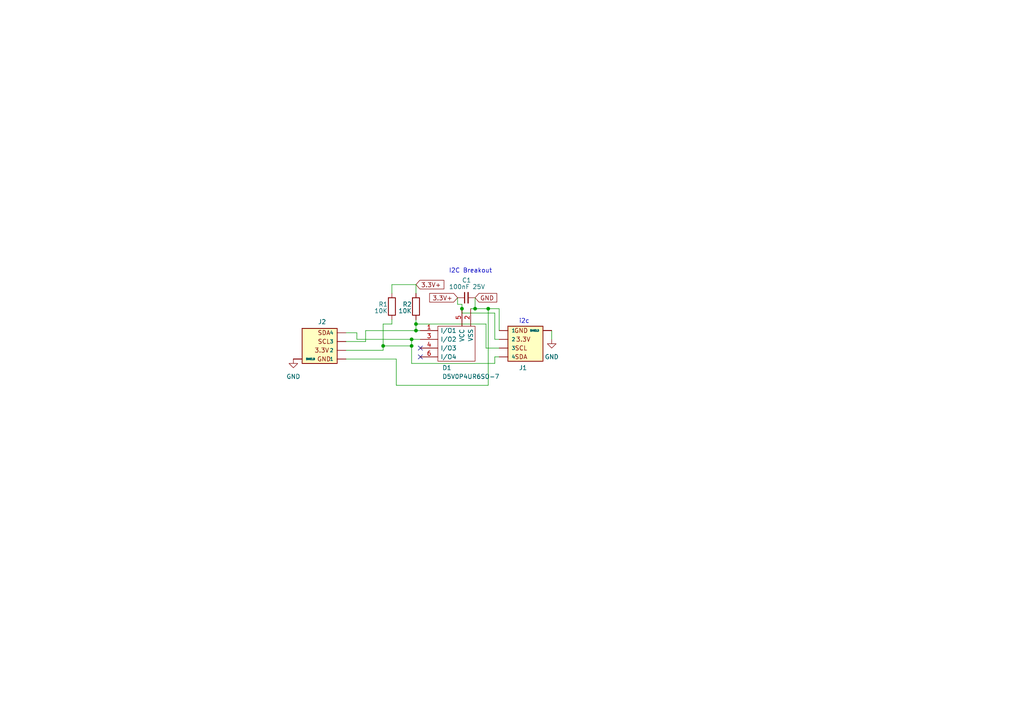
<source format=kicad_sch>
(kicad_sch (version 20211123) (generator eeschema)
  (paper "A4")
  (lib_symbols
    (symbol "D5V0P4UR6SO-7_1" (pin_names (offset 0.762))
      (property "Reference" "D4" (at 0.635 -8.89 0))
      (property "Value" "D5V0P4UR6SO-7" (at 0.635 -6.985 0))
      (symbol "D5V0P4UR6SO-7_1_0_0"
        (pin passive line (at -10.795 3.81 0) (length 5.08) (name "I/O1") (number "1"))
        (pin passive line (at 3.81 10.16 270) (length 5.08) (name "VSS") (number "2"))
        (pin passive line (at -10.795 1.27 0) (length 5.08) (name "I/O2") (number "3"))
        (pin passive line (at -10.795 -1.27 0) (length 5.08) (name "I/O3") (number "4"))
        (pin passive line (at 1.27 10.16 270) (length 5.08) (name "VCC") (number "5"))
        (pin passive line (at -10.795 -3.81 0) (length 5.08) (name "I/O4") (number "6"))
      )
      (symbol "D5V0P4UR6SO-7_1_0_1"
        (polyline (pts (xy -5.715 5.08) (xy 5.08 5.08) (xy 5.08 -5.08) (xy -5.715 -5.08) (xy -5.715 5.08)) (stroke (width 0.1524)))
      )
    )
    (symbol "Device:C_Small" (pin_numbers hide) (pin_names (offset 0.254) hide)
      (property "Reference" "C" (at 0.254 1.778 0))
      (property "Value" "C_Small" (at 0.254 -2.032 0))
      (symbol "C_Small_0_1"
        (polyline (pts (xy -1.524 -0.508) (xy 1.524 -0.508)) (stroke (width 0.3302)))
        (polyline (pts (xy -1.524 0.508) (xy 1.524 0.508)) (stroke (width 0.3048)))
      )
      (symbol "C_Small_1_1"
        (pin passive line (at 0 2.54 270) (length 2.032) (name "~") (number "1"))
        (pin passive line (at 0 -2.54 90) (length 2.032) (name "~") (number "2"))
      )
    )
    (symbol "Device:R" (pin_numbers hide) (pin_names (offset 0))
      (property "Reference" "R" (at 2.032 0 90))
      (property "Value" "R" (at 0 0 90))
      (symbol "R_0_1"
        (rectangle (start -1.016 -2.54) (end 1.016 2.54) (stroke (width 0.254)))
      )
      (symbol "R_1_1"
        (pin passive line (at 0 3.81 270) (length 1.27) (name "~") (number "1"))
        (pin passive line (at 0 -3.81 90) (length 1.27) (name "~") (number "2"))
      )
    )
    (symbol "SM04B-SRSS-TB_LF__SN_:SM04B-SRSS-TB(LF)(SN)" (pin_numbers hide) (pin_names (offset 1.016))
      (property "Reference" "J?" (at -1.27 -4.445 0))
      (symbol "SM04B-SRSS-TB(LF)(SN)_0_0"
        (rectangle (start -5.08 7.62) (end 5.08 -2.54) (stroke (width 0.254)) (fill (type background)))
        (text "3.3V" (at -0.635 3.81 0) (effects (font (size 1.27 1.27))))
        (text "GND" (at -1.27 6.35 0) (effects (font (size 1.27 1.27))))
        (text "SCL" (at -1.27 1.27 0) (effects (font (size 1.27 1.27))))
        (text "SDA" (at -1.27 -1.27 0) (effects (font (size 1.27 1.27))))
        (pin passive line (at -7.62 6.35 0) (length 2.54) (name "1") (number "1"))
        (pin passive line (at -7.62 3.81 0) (length 2.54) (name "2") (number "2"))
        (pin passive line (at -7.62 1.27 0) (length 2.54) (name "3") (number "3"))
        (pin passive line (at -7.62 -1.27 0) (length 2.54) (name "4") (number "4"))
        (pin passive line (at 7.62 6.35 180) (length 2.54) (name "SHIELD") (number "S1"))
        (pin passive line (at 7.62 6.35 180) (length 2.54) (name "SHIELD") (number "S2"))
      )
    )
    (symbol "power:GND" (power) (pin_names (offset 0))
      (property "Value" "GND" (at 0 -3.81 0))
      (symbol "GND_0_1"
        (polyline (pts (xy 0 0) (xy 0 -1.27) (xy 1.27 -1.27) (xy 0 -2.54) (xy -1.27 -1.27) (xy 0 -1.27)))
      )
      (symbol "GND_1_1"
        (pin power_in line (at 0 0 270) (length 0) hide (name "GND") (number "1"))
      )
    )
  )
  (junction (at 119.38 100.33))
  (junction (at 111.125 100.33))
  (junction (at 120.65 95.885))
  (junction (at 119.38 98.425))
  (junction (at 141.605 89.535))
  (junction (at 137.795 89.535))
  (junction (at 120.65 93.98))
  (junction (at 133.985 89.535))
  (no_connect (at 121.92 103.505))
  (no_connect (at 121.92 100.965))
  (wire (pts (xy 100.33 101.6) (xy 111.125 101.6)))
  (wire (pts (xy 136.525 89.535) (xy 137.795 89.535)))
  (wire (pts (xy 132.715 86.36) (xy 132.715 88.265)))
  (wire (pts (xy 111.125 100.33) (xy 119.38 100.33)))
  (wire (pts (xy 120.65 92.71) (xy 120.65 93.98)))
  (wire (pts (xy 103.505 98.425) (xy 119.38 98.425)))
  (wire (pts (xy 111.125 101.6) (xy 111.125 100.33)))
  (wire (pts (xy 119.38 105.41) (xy 143.51 105.41)))
  (wire (pts (xy 113.665 92.71) (xy 113.665 93.98)))
  (wire (pts (xy 120.65 95.885) (xy 121.92 95.885)))
  (wire (pts (xy 119.38 100.33) (xy 119.38 105.41)))
  (wire (pts (xy 133.985 89.535) (xy 133.985 90.805)))
  (wire (pts (xy 120.65 82.55) (xy 120.65 85.09)))
  (wire (pts (xy 141.605 89.535) (xy 144.78 89.535)))
  (wire (pts (xy 143.51 103.505) (xy 144.78 103.505)))
  (wire (pts (xy 143.51 90.805) (xy 143.51 98.425)))
  (wire (pts (xy 141.605 111.76) (xy 141.605 89.535)))
  (wire (pts (xy 100.33 104.14) (xy 114.935 104.14)))
  (wire (pts (xy 143.51 98.425) (xy 144.78 98.425)))
  (wire (pts (xy 119.38 100.33) (xy 119.38 98.425)))
  (wire (pts (xy 132.715 88.265) (xy 133.985 88.265)))
  (wire (pts (xy 103.505 98.425) (xy 103.505 96.52)))
  (wire (pts (xy 133.985 90.805) (xy 143.51 90.805)))
  (wire (pts (xy 137.795 86.36) (xy 137.795 89.535)))
  (wire (pts (xy 106.045 95.885) (xy 120.65 95.885)))
  (wire (pts (xy 160.02 95.885) (xy 160.02 98.425)))
  (wire (pts (xy 120.65 93.98) (xy 140.97 93.98)))
  (wire (pts (xy 113.665 82.55) (xy 120.65 82.55)))
  (wire (pts (xy 144.78 89.535) (xy 144.78 95.885)))
  (wire (pts (xy 143.51 105.41) (xy 143.51 103.505)))
  (wire (pts (xy 119.38 98.425) (xy 121.92 98.425)))
  (wire (pts (xy 103.505 96.52) (xy 100.33 96.52)))
  (wire (pts (xy 120.65 93.98) (xy 120.65 95.885)))
  (wire (pts (xy 111.125 93.98) (xy 111.125 100.33)))
  (wire (pts (xy 113.665 93.98) (xy 111.125 93.98)))
  (wire (pts (xy 106.045 99.06) (xy 100.33 99.06)))
  (wire (pts (xy 114.935 111.76) (xy 141.605 111.76)))
  (wire (pts (xy 137.795 89.535) (xy 141.605 89.535)))
  (wire (pts (xy 140.97 93.98) (xy 140.97 100.965)))
  (wire (pts (xy 114.935 104.14) (xy 114.935 111.76)))
  (wire (pts (xy 106.045 95.885) (xy 106.045 99.06)))
  (wire (pts (xy 113.665 82.55) (xy 113.665 85.09)))
  (wire (pts (xy 140.97 100.965) (xy 144.78 100.965)))
  (wire (pts (xy 133.985 88.265) (xy 133.985 89.535)))
  (text "I2C Breakout\n" (at 130.175 79.375 0) (effects (font (size 1.27 1.27)) (justify left bottom)))
  (text "i2c" (at 150.495 93.98 0) (effects (font (size 1.27 1.27)) (justify left bottom)))
  (global_label "3.3V+" (shape input) (at 120.65 82.55 0) (property "Intersheet References" "${INTERSHEET_REFS}" (effects hide)))
  (global_label "GND" (shape input) (at 137.795 86.36 0) (property "Intersheet References" "${INTERSHEET_REFS}" (effects hide)))
  (global_label "3.3V+" (shape input) (at 132.715 86.36 180) (property "Intersheet References" "${INTERSHEET_REFS}" (effects hide)))
  (symbol (lib_id "Device:C_Small") (at 135.255 86.36 90) (unit 1)
    (property "Reference" "C1" (at 133.985 81.28 90) (effects (justify right)))
    (property "Value" "100nF 25V" (at 130.175 83.185 90) (effects (justify right)))
    (property "Footprint" "Capacitor_SMD:C_0805_2012Metric_Pad1.18x1.45mm_HandSolder" (effects hide))
    (property "LCSC" "C531179" (effects hide))
    (property "Purpose" "decoupling" (effects hide))
  )
  (symbol (lib_name "D5V0P4UR6SO-7_1") (lib_id "SamacSys_Parts:D5V0P4UR6SO-7") (at 132.715 99.695 0) (unit 1)
    (property "Reference" "D1" (at 128.27 106.68 0) (effects (justify left)))
    (property "Value" "D5V0P4UR6SO-7" (at 128.27 109.22 0) (effects (justify left)))
    (property "Footprint" "SamacSys_Parts:SOT95P285X140-6N" (effects hide))
    (property "Datasheet" "https://www.arrow.com/en/products/d5v0p4ur6so-7/diodes-incorporated" (effects hide))
    (property "Description" "ESD Suppressors / TVS Diodes General Protection PP" (effects hide))
    (property "Mouser" "621-D5V0P4UR6SO-7" (effects hide))
    (property "Purpose" "ESD protection" (effects hide))
    (property "LCSC" "C531179" (effects hide))
  )
  (symbol (lib_id "power:GND") (at 160.02 98.425 0) (unit 1)
    (property "Reference" "#PWR0101" (effects hide))
    (property "Value" "GND" (at 160.02 103.505 0))
  )
  (symbol (lib_id "Device:R") (at 120.65 88.9 0) (unit 1)
    (property "Reference" "R2" (at 118.11 88.265 0))
    (property "Value" "10K" (at 117.475 90.17 0))
    (property "Footprint" "Resistor_SMD:R_0805_2012Metric_Pad1.20x1.40mm_HandSolder" (effects hide))
    (property "LCSC" "C5140188" (effects hide))
  )
  (symbol (lib_id "power:GND") (at 85.09 104.14 0) (unit 1)
    (property "Reference" "#PWR0102" (effects hide))
    (property "Value" "GND" (at 85.09 109.22 0))
  )
  (symbol (lib_id "SM04B-SRSS-TB_LF__SN_:SM04B-SRSS-TB(LF)(SN)") (at 92.71 97.79 180) (unit 1)
    (property "Reference" "J2" (at 94.615 93.345 0) (effects (justify left)))
    (property "Value" "SM04B-SRSS-TB(LF)(SN)" (effects hide))
    (property "Footprint" "SnapEDA Library:JST_SM04B-SRSS-TB(LF)(SN)" (effects hide))
    (property "Datasheet" "https://www.farnell.com/datasheets/2082363.pdf" (effects hide))
    (property "LCSC" "C160404" (effects hide))
  )
  (symbol (lib_id "Device:R") (at 113.665 88.9 0) (mirror x) (unit 1)
    (property "Reference" "R1" (at 111.125 88.265 0))
    (property "Value" "10K" (at 110.49 90.17 0))
    (property "Footprint" "Resistor_SMD:R_0805_2012Metric_Pad1.20x1.40mm_HandSolder" (effects hide))
    (property "LCSC" "C5140188" (effects hide))
  )
  (symbol (lib_id "SM04B-SRSS-TB_LF__SN_:SM04B-SRSS-TB(LF)(SN)") (at 152.4 102.235 0) (unit 1)
    (property "Reference" "J1" (at 150.495 106.68 0) (effects (justify left)))
    (property "Value" "SM04B-SRSS-TB(LF)(SN)" (effects hide))
    (property "Footprint" "SnapEDA Library:JST_SM04B-SRSS-TB(LF)(SN)" (effects hide))
    (property "Datasheet" "https://www.farnell.com/datasheets/2082363.pdf" (effects hide))
    (property "LCSC" "C160404" (effects hide))
  )
)
</source>
